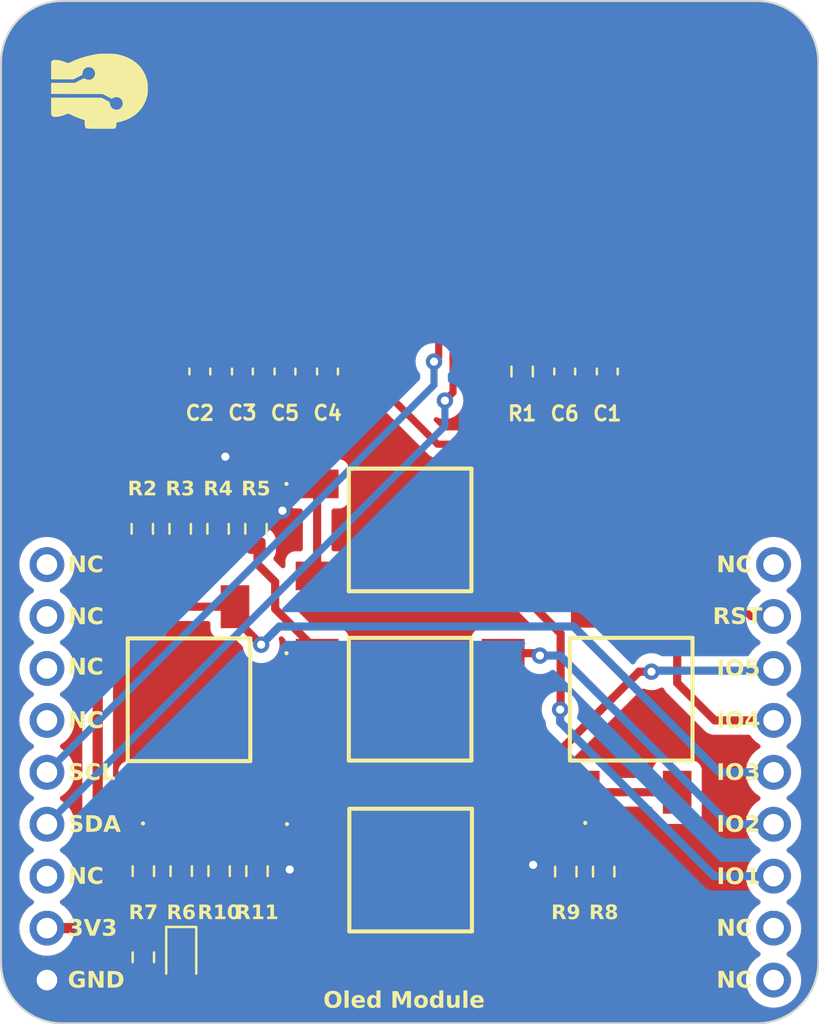
<source format=kicad_pcb>
(kicad_pcb (version 20221018) (generator pcbnew)
  (layers (0 "F.Cu" signal) (31 "B.Cu" signal) (34 "B.Paste" user) (35 "F.Paste" user) (36 "B.SilkS" user "B.Silkscreen") (37 "F.SilkS" user "F.Silkscreen") (38 "B.Mask" user) (39 "F.Mask" user) (44 "Edge.Cuts" user))
  (net 0 "")
  (net 1 "Net-(U1-VCC)")
  (net 2 "GND")
  (net 3 "Net-(U1-C2P)")
  (net 4 "Net-(U1-C2N)")
  (net 5 "Net-(U1-C1P)")
  (net 6 "Net-(U1-C1N)")
  (net 7 "+3V3")
  (net 8 "Net-(D1-A)")
  (net 9 "Net-(U1-VCOMH)")
  (net 10 "Net-(U1-IREF)")
  (net 11 "Net-(R2-Pad2)")
  (net 12 "Net-(R4-Pad2)")
  (net 13 "Net-(R6-Pad2)")
  (net 14 "Net-(R8-Pad2)")
  (net 15 "Net-(R10-Pad2)")
  (net 16 "GPIO_01")
  (net 17 "GPIO_02")
  (net 18 "GPIO_03")
  (net 19 "GPIO_04")
  (net 20 "GPIO_05")
  (net 22 "RST")
  (net 25 "SCL")
  (net 26 "SDA")
  (footprint "Resistor_SMD:R_0603_1608Metric" (layer "F.Cu") (at 81.9912 105.537 90)
    (fp_text reference "R10" hide)
    (fp_text value "0r" hide)
    (fp_text user "${REFERENCE}" (at -2.0574 0 180) (layer "F.SilkS") (effects (font (size 0.7 0.7) (thickness 0.06) bold)))
    (pad "1" smd roundrect (at -0.825 0 90) (size 0.8 0.95) (layers "F.Cu" "F.Paste" "F.Mask") (net 7 "+3V3"))
    (pad "2" smd roundrect (at 0.825 0 90) (size 0.8 0.95) (layers "F.Cu" "F.Paste" "F.Mask") (net 15 "Net-(R10-Pad2)"))
  )
  (footprint "Resistor_SMD:R_0603_1608Metric" (layer "F.Cu") (at 81.9404 88.7984 -90)
    (fp_text reference "R4" hide)
    (fp_text value "0r" hide)
    (fp_text user "${REFERENCE}" (at -1.9304 0 -180) (layer "F.SilkS") (effects (font (size 0.7 0.7) (thickness 0.06) bold)))
    (pad "1" smd roundrect (at -0.825 0 270) (size 0.8 0.95) (layers "F.Cu" "F.Paste" "F.Mask") (net 7 "+3V3"))
    (pad "2" smd roundrect (at 0.825 0 270) (size 0.8 0.95) (layers "F.Cu" "F.Paste" "F.Mask") (net 12 "Net-(R4-Pad2)"))
  )
  (footprint "SSD1306:1X30-0.7MM" (layer "F.Cu") (at 90.9884 78.2828)
    (fp_text reference "U1")
    (fp_text value "UG-2864HSWEG01" hide)
    (pad "1" smd rect (at -10.15 0 90) (size 1.6 0.35) (layers "F.Cu" "F.Paste" "F.Mask") (net 2 "GND"))
    (pad "2" smd rect (at -9.45 0 90) (size 1.6 0.35) (layers "F.Cu" "F.Paste" "F.Mask") (net 3 "Net-(U1-C2P)"))
    (pad "3" smd rect (at -8.75 0 90) (size 1.6 0.35) (layers "F.Cu" "F.Paste" "F.Mask") (net 4 "Net-(U1-C2N)"))
    (pad "4" smd rect (at -8.05 0 90) (size 1.6 0.35) (layers "F.Cu" "F.Paste" "F.Mask") (net 5 "Net-(U1-C1P)"))
    (pad "5" smd rect (at -7.35 0 90) (size 1.6 0.35) (layers "F.Cu" "F.Paste" "F.Mask") (net 6 "Net-(U1-C1N)"))
    (pad "6" smd rect (at -6.65 0 90) (size 1.6 0.35) (layers "F.Cu" "F.Paste" "F.Mask") (net 7 "+3V3"))
    (pad "7" smd rect (at -5.95 0 90) (size 1.6 0.35) (layers "F.Cu" "F.Paste" "F.Mask"))
    (pad "8" smd rect (at -5.25 0 90) (size 1.6 0.35) (layers "F.Cu" "F.Paste" "F.Mask") (net 2 "GND"))
    (pad "9" smd rect (at -4.55 0 90) (size 1.6 0.35) (layers "F.Cu" "F.Paste" "F.Mask") (net 7 "+3V3"))
    (pad "10" smd rect (at -3.85 0 90) (size 1.6 0.35) (layers "F.Cu" "F.Paste" "F.Mask") (net 2 "GND"))
    (pad "11" smd rect (at -3.15 0 90) (size 1.6 0.35) (layers "F.Cu" "F.Paste" "F.Mask") (net 7 "+3V3"))
    (pad "12" smd rect (at -2.45 0 90) (size 1.6 0.35) (layers "F.Cu" "F.Paste" "F.Mask") (net 2 "GND"))
    (pad "13" smd rect (at -1.75 0 90) (size 1.6 0.35) (layers "F.Cu" "F.Paste" "F.Mask") (net 7 "+3V3"))
    (pad "14" smd rect (at -1.05 0 90) (size 1.6 0.35) (layers "F.Cu" "F.Paste" "F.Mask") (net 22 "RST"))
    (pad "15" smd rect (at -0.35 0 90) (size 1.6 0.35) (layers "F.Cu" "F.Paste" "F.Mask") (net 2 "GND"))
    (pad "16" smd rect (at 0.35 0 90) (size 1.6 0.35) (layers "F.Cu" "F.Paste" "F.Mask"))
    (pad "17" smd rect (at 1.05 0 90) (size 1.6 0.35) (layers "F.Cu" "F.Paste" "F.Mask"))
    (pad "18" smd rect (at 1.75 0 90) (size 1.6 0.35) (layers "F.Cu" "F.Paste" "F.Mask") (net 25 "SCL"))
    (pad "19" smd rect (at 2.45 0 90) (size 1.6 0.35) (layers "F.Cu" "F.Paste" "F.Mask") (net 26 "SDA"))
    (pad "20" smd rect (at 3.15 0 90) (size 1.6 0.35) (layers "F.Cu" "F.Paste" "F.Mask") (net 26 "SDA"))
    (pad "21" smd rect (at 3.85 0 90) (size 1.6 0.35) (layers "F.Cu" "F.Paste" "F.Mask"))
    (pad "22" smd rect (at 4.55 0 90) (size 1.6 0.35) (layers "F.Cu" "F.Paste" "F.Mask"))
    (pad "23" smd rect (at 5.25 0 90) (size 1.6 0.35) (layers "F.Cu" "F.Paste" "F.Mask"))
    (pad "24" smd rect (at 5.95 0 90) (size 1.6 0.35) (layers "F.Cu" "F.Paste" "F.Mask"))
    (pad "25" smd rect (at 6.65 0 90) (size 1.6 0.35) (layers "F.Cu" "F.Paste" "F.Mask"))
    (pad "26" smd rect (at 7.35 0 90) (size 1.6 0.35) (layers "F.Cu" "F.Paste" "F.Mask") (net 10 "Net-(U1-IREF)"))
    (pad "27" smd rect (at 8.05 0 90) (size 1.6 0.35) (layers "F.Cu" "F.Paste" "F.Mask") (net 9 "Net-(U1-VCOMH)"))
    (pad "28" smd rect (at 8.75 0 90) (size 1.6 0.35) (layers "F.Cu" "F.Paste" "F.Mask") (net 1 "Net-(U1-VCC)"))
    (pad "29" smd rect (at 9.45 0 90) (size 1.6 0.35) (layers "F.Cu" "F.Paste" "F.Mask") (net 2 "GND"))
    (pad "30" smd rect (at 10.15 0 90) (size 1.6 0.35) (layers "F.Cu" "F.Paste" "F.Mask") (net 2 "GND"))
  )
  (footprint "Resistor_SMD:R_0603_1608Metric" (layer "F.Cu") (at 96.8218 81.1022 90)
    (fp_text reference "R1" (at -2.0574 0 180) (layer "F.SilkS") (effects (font (size 0.7 0.7) (thickness 0.15) bold)))
    (fp_text value "390k" hide)
    (pad "1" smd roundrect (at -0.825 0 90) (size 0.8 0.95) (layers "F.Cu" "F.Paste" "F.Mask") (net 2 "GND"))
    (pad "2" smd roundrect (at 0.825 0 90) (size 0.8 0.95) (layers "F.Cu" "F.Paste" "F.Mask") (net 10 "Net-(U1-IREF)"))
  )
  (footprint "Capacitor_SMD:C_0603_1608Metric" (layer "F.Cu") (at 100.9874 81.1022 -90)
    (fp_text reference "C1" (at 2.0574 0 -180) (layer "F.SilkS") (effects (font (size 0.7 0.7) (thickness 0.15) bold)))
    (fp_text value "10uF" hide)
    (pad "1" smd roundrect (at -0.775 0 270) (size 0.9 0.95) (layers "F.Cu" "F.Paste" "F.Mask") (net 1 "Net-(U1-VCC)"))
    (pad "2" smd roundrect (at 0.775 0 270) (size 0.9 0.95) (layers "F.Cu" "F.Paste" "F.Mask") (net 2 "GND"))
  )
  (footprint "Resistor_SMD:R_0603_1608Metric" (layer "F.Cu") (at 83.7946 88.7984 -90)
    (fp_text reference "R5" hide)
    (fp_text value "0r" hide)
    (fp_text user "${REFERENCE}" (at -1.9304 0 -180) (layer "F.SilkS") (effects (font (size 0.7 0.7) (thickness 0.06) bold)))
    (pad "1" smd roundrect (at -0.825 0 270) (size 0.8 0.95) (layers "F.Cu" "F.Paste" "F.Mask") (net 2 "GND"))
    (pad "2" smd roundrect (at 0.825 0 270) (size 0.8 0.95) (layers "F.Cu" "F.Paste" "F.Mask") (net 12 "Net-(R4-Pad2)"))
  )
  (footprint "oled_button:TS046665BK160SMT" (layer "F.Cu") (at 91.3638 105.4862)
    (fp_text reference "SW5" hide)
    (fp_text value "SW_MEC_5E" hide)
    (pad "1" smd rect (at -4.55 -2.25 90) (size 1.4 2.1) (layers "F.Cu" "F.Paste" "F.Mask") (net 15 "Net-(R10-Pad2)"))
    (pad "2" smd rect (at -4.55 2.25 90) (size 1.4 2.1) (layers "F.Cu" "F.Paste" "F.Mask") (net 15 "Net-(R10-Pad2)"))
    (pad "3" smd rect (at 4.55 -2.25 90) (size 1.4 2.1) (layers "F.Cu" "F.Paste" "F.Mask") (net 20 "GPIO_05"))
    (pad "4" smd rect (at 4.55 2.25 90) (size 1.4 2.1) (layers "F.Cu" "F.Paste" "F.Mask") (net 20 "GPIO_05"))
  )
  (footprint "Capacitor_SMD:C_0603_1608Metric" (layer "F.Cu") (at 98.9046 81.1022 -90)
    (fp_text reference "C6" (at 2.0574 0 -180) (layer "F.SilkS") (effects (font (size 0.7 0.7) (thickness 0.15) bold)))
    (fp_text value "2.2uF" hide)
    (pad "1" smd roundrect (at -0.775 0 270) (size 0.9 0.95) (layers "F.Cu" "F.Paste" "F.Mask") (net 9 "Net-(U1-VCOMH)"))
    (pad "2" smd roundrect (at 0.775 0 270) (size 0.9 0.95) (layers "F.Cu" "F.Paste" "F.Mask") (net 2 "GND"))
  )
  (footprint "LED_SMD:LED_0603_1608Metric" (layer "F.Cu") (at 80.137 109.7534 -90)
    (fp_text reference "D1" hide)
    (fp_text value "LED")
    (pad "1" smd roundrect (at -0.7875 0 270) (size 0.875 0.95) (layers "F.Cu" "F.Paste" "F.Mask") (net 2 "GND"))
    (pad "2" smd roundrect (at 0.7875 0 270) (size 0.875 0.95) (layers "F.Cu" "F.Paste" "F.Mask") (net 8 "Net-(D1-A)"))
  )
  (footprint "Resistor_SMD:R_0603_1608Metric" (layer "F.Cu") (at 80.137 105.537 90)
    (fp_text reference "R6" hide)
    (fp_text value "0r" hide)
    (fp_text user "${REFERENCE}" (at -2.0574 0 180) (layer "F.SilkS") (effects (font (size 0.7 0.7) (thickness 0.06) bold)))
    (pad "1" smd roundrect (at -0.825 0 90) (size 0.8 0.95) (layers "F.Cu" "F.Paste" "F.Mask") (net 7 "+3V3"))
    (pad "2" smd roundrect (at 0.825 0 90) (size 0.8 0.95) (layers "F.Cu" "F.Paste" "F.Mask") (net 13 "Net-(R6-Pad2)"))
  )
  (footprint "Capacitor_SMD:C_0603_1608Metric" (layer "F.Cu") (at 85.214 81.1022 -90)
    (fp_text reference "C5" (at 2.032 0 -180) (layer "F.SilkS") (effects (font (size 0.7 0.7) (thickness 0.15) bold)))
    (fp_text value "10uF" hide)
    (pad "1" smd roundrect (at -0.775 0 270) (size 0.9 0.95) (layers "F.Cu" "F.Paste" "F.Mask") (net 7 "+3V3"))
    (pad "2" smd roundrect (at 0.775 0 270) (size 0.9 0.95) (layers "F.Cu" "F.Paste" "F.Mask") (net 2 "GND"))
  )
  (footprint "Resistor_SMD:R_0603_1608Metric" (layer "F.Cu") (at 100.8126 105.5624 90)
    (fp_text reference "R8" hide)
    (fp_text value "0r" hide)
    (fp_text user "${REFERENCE}" (at -2.032 0 180) (layer "F.SilkS") (effects (font (size 0.7 0.7) (thickness 0.06) bold)))
    (pad "1" smd roundrect (at -0.825 0 90) (size 0.8 0.95) (layers "F.Cu" "F.Paste" "F.Mask") (net 7 "+3V3"))
    (pad "2" smd roundrect (at 0.825 0 90) (size 0.8 0.95) (layers "F.Cu" "F.Paste" "F.Mask") (net 14 "Net-(R8-Pad2)"))
  )
  (footprint "Capacitor_SMD:C_0603_1608Metric" (layer "F.Cu") (at 87.2968 81.1022 -90)
    (fp_text reference "C4" (at 2.032 0 -180) (layer "F.SilkS") (effects (font (size 0.7 0.7) (thickness 0.15) bold)))
    (fp_text value "10uF" hide)
    (pad "1" smd roundrect (at -0.775 0 270) (size 0.9 0.95) (layers "F.Cu" "F.Paste" "F.Mask") (net 7 "+3V3"))
    (pad "2" smd roundrect (at 0.775 0 270) (size 0.9 0.95) (layers "F.Cu" "F.Paste" "F.Mask") (net 2 "GND"))
  )
  (footprint "Resistor_SMD:R_0603_1608Metric" (layer "F.Cu") (at 78.2828 105.537 90)
    (fp_text reference "R7" hide)
    (fp_text value "0r" hide)
    (fp_text user "${REFERENCE}" (at -2.0574 0 180) (layer "F.SilkS") (effects (font (size 0.7 0.7) (thickness 0.06) bold)))
    (pad "1" smd roundrect (at -0.825 0 90) (size 0.8 0.95) (layers "F.Cu" "F.Paste" "F.Mask") (net 2 "GND"))
    (pad "2" smd roundrect (at 0.825 0 90) (size 0.8 0.95) (layers "F.Cu" "F.Paste" "F.Mask") (net 13 "Net-(R6-Pad2)"))
  )
  (footprint "Capacitor_SMD:C_0603_1608Metric" (layer "F.Cu") (at 81.0484 81.1022 -90)
    (fp_text reference "C2" (at 2.032 0 -180) (layer "F.SilkS") (effects (font (size 0.7 0.7) (thickness 0.15) bold)))
    (fp_text value "2.2uF" hide)
    (pad "1" smd roundrect (at -0.775 0 270) (size 0.9 0.95) (layers "F.Cu" "F.Paste" "F.Mask") (net 3 "Net-(U1-C2P)"))
    (pad "2" smd roundrect (at 0.775 0 270) (size 0.9 0.95) (layers "F.Cu" "F.Paste" "F.Mask") (net 4 "Net-(U1-C2N)"))
  )
  (footprint "Resistor_SMD:R_0603_1608Metric" (layer "F.Cu") (at 78.2828 109.7534 -90)
    (fp_text reference "R12" hide)
    (fp_text value "470r")
    (pad "1" smd roundrect (at -0.825 0 270) (size 0.8 0.95) (layers "F.Cu" "F.Paste" "F.Mask") (net 7 "+3V3"))
    (pad "2" smd roundrect (at 0.825 0 270) (size 0.8 0.95) (layers "F.Cu" "F.Paste" "F.Mask") (net 8 "Net-(D1-A)"))
  )
  (footprint "Moduler_:pin_header_5-3" (layer "F.Cu") (at 91.31603 100.737033)
    (fp_text reference "U2" hide)
    (fp_text value "~" hide)
    (fp_text user "IO2" (at 15.014634 3.016402 unlocked) (layer "F.SilkS") (effects (font (size 0.8 0.8) (thickness 0.175) bold) (justify left bottom)))
    (fp_text user "NC" (at 15.014634 10.636402 unlocked) (layer "F.SilkS") (effects (font (size 0.8 0.8) (thickness 0.2) bold) (justify left bottom)))
    (fp_text user "NC" (at -16.735366 5.556402 unlocked) (layer "F.SilkS") (effects (font (size 0.8 0.8) (thickness 0.2) bold) (justify left bottom)))
    (fp_text user "NC" (at -16.74 -4.68 unlocked) (layer "F.SilkS") (effects (font (size 0.8 0.8) (thickness 0.2) bold) (justify left bottom)))
    (fp_text user "RST" (at 14.83 -7.15 unlocked) (layer "F.SilkS") (effects (font (size 0.8 0.8) (thickness 0.2) bold) (justify left bottom)))
    (fp_text user "3V3" (at -16.735366 8.096402 unlocked) (layer "F.SilkS") (effects (font (size 0.8 0.8) (thickness 0.2) bold) (justify left bottom)))
    (fp_text user "GND" (at -16.735366 10.636402 unlocked) (layer "F.SilkS") (effects (font (size 0.8 0.8) (thickness 0.2) bold) (justify left bottom)))
    (fp_text user "NC" (at 15.014634 8.096402 unlocked) (layer "F.SilkS") (effects (font (size 0.8 0.8) (thickness 0.2) bold) (justify left bottom)))
    (fp_text user "IO5" (at 15.014634 -4.603598 unlocked) (layer "F.SilkS") (effects (font (size 0.8 0.8) (thickness 0.2) bold) (justify left bottom)))
    (fp_text user "SDA" (at -16.735366 3.016402 unlocked) (layer "F.SilkS") (effects (font (size 0.8 0.8) (thickness 0.2) bold) (justify left bottom)))
    (fp_text user "IO4" (at 15.014634 -2.063598 unlocked) (layer "F.SilkS") (effects (font (size 0.8 0.8) (thickness 0.2) bold) (justify left bottom)))
    (fp_text user "SCL" (at -16.735366 0.476402 unlocked) (layer "F.SilkS") (effects (font (size 0.8 0.8) (thickness 0.2) bold) (justify left bottom)))
    (fp_text user "NC" (at -16.735366 -2.063598 unlocked) (layer "F.SilkS") (effects (font (size 0.8 0.8) (thickness 0.2) bold) (justify left bottom)))
    (fp_text user "NC" (at 15.014634 10.636402 unlocked) (layer "F.SilkS") (effects (font (size 0.8 0.8) (thickness 0.2) bold) (justify left bottom)))
    (fp_text user "Oled Module" (at -4.23 11.62 unlocked) (layer "F.SilkS") (effects (font (size 0.8 0.8) (thickness 0.1) bold) (justify left bottom)))
    (fp_text user "NC" (at -16.735366 -7.143598 unlocked) (layer "F.SilkS") (effects (font (size 0.8 0.8) (thickness 0.2) bold) (justify left bottom)))
    (fp_text user "NC" (at 15.014634 -9.683598 unlocked) (layer "F.SilkS") (effects (font (size 0.8 0.8) (thickness 0.2) bold) (justify left bottom)))
    (fp_text user "NC" (at -16.735366 -7.143598 unlocked) (layer "F.SilkS") (effects (font (size 0.8 0.8) (thickness 0.2) bold) (justify left bottom)))
    (fp_text user "IO3" (at 15.014634 0.476402 unlocked) (layer "F.SilkS") (effects (font (size 0.8 0.8) (thickness 0.175) bold) (justify left bottom)))
    (fp_text user "NC" (at -16.735366 5.556402 unlocked) (layer "F.SilkS") (effects (font (size 0.8 0.8) (thickness 0.2) bold) (justify left bottom)))
    (fp_text user "IO1" (at 15.02 5.57 unlocked) (layer "F.SilkS") (effects (font (size 0.8 0.8) (thickness 0.175) bold) (justify left bottom)))
    (fp_text user "NC" (at -16.74 -4.68 unlocked) (layer "F.SilkS") (effects (font (size 0.8 0.8) (thickness 0.2) bold) (justify left bottom)))
    (fp_text user "NC" (at 15.014634 -9.683598 unlocked) (layer "F.SilkS") (effects (font (size 0.8 0.8) (thickness 0.2) bold) (justify left bottom)))
    (fp_text user "NC" (at -16.735366 -2.063598 unlocked) (layer "F.SilkS") (effects (font (size 0.8 0.8) (thickness 0.2) bold) (justify left bottom)))
    (fp_text user "NC" (at 15.014634 8.096402 unlocked) (layer "F.SilkS") (effects (font (size 0.8 0.8) (thickness 0.2) bold) (justify left bottom)))
    (fp_text user "NC" (at -16.735366 -9.683598 unlocked) (layer "F.SilkS") (effects (font (size 0.8 0.8) (thickness 0.2) bold) (justify left bottom)))
    (fp_poly (pts (xy 17.154627 -37.750531) (xy 17.306893 -37.738952) (xy 17.456945 -37.719884) (xy 17.604595 -37.693514) (xy 17.749655 -37.660032) (xy 17.891935 -37.619627) (xy 18.031248 -37.572485) (xy 18.167406 -37.518797) (xy 18.300219 -37.458749) (xy 18.429499 -37.392531) (xy 18.555059 -37.320331) (xy 18.676709 -37.242337) (xy 18.794262 -37.158739) (xy 18.907528 -37.069723) (xy 19.01632 -36.975479) (xy 19.120449 -36.876195) (xy 19.219726 -36.772059) (xy 19.313964 -36.66326) (xy 19.402974 -36.549986) (xy 19.486568 -36.432426) (xy 19.564556 -36.310768) (xy 19.636751 -36.1852) (xy 19.702965 -36.055911) (xy 19.763009 -35.923089) (xy 19.816694 -35.786922) (xy 19.863832 -35.6476) (xy 19.904235 -35.50531) (xy 19.937715 -35.360241) (xy 19.964083 -35.212581) (xy 19.98315 -35.062518) (xy 19.994728 -34.910242) (xy 19.99863 -34.755939) (xy 19.99863 9.244306) (xy 19.994728 9.398609) (xy 19.98315 9.550885) (xy 19.964083 9.700948) (xy 19.937715 9.848608) (xy 19.904235 9.993677) (xy 19.863832 10.135968) (xy 19.816694 10.27529) (xy 19.763009 10.411456) (xy 19.702965 10.544278) (xy 19.636751 10.673567) (xy 19.564556 10.799135) (xy 19.486568 10.920794) (xy 19.402974 11.038354) (xy 19.313964 11.151628) (xy 19.219726 11.260427) (xy 19.120449 11.364562) (xy 19.01632 11.463846) (xy 18.907528 11.55809) (xy 18.794262 11.647106) (xy 18.676709 11.730705) (xy 18.555059 11.808698) (xy 18.429499 11.880898) (xy 18.300219 11.947116) (xy 18.167406 12.007163) (xy 18.031248 12.060852) (xy 17.891935 12.107993) (xy 17.749655 12.148399) (xy 17.604595 12.181881) (xy 17.456945 12.20825) (xy 17.306893 12.227319) (xy 17.154627 12.238898) (xy 17.000335 12.2428) (xy -17.000335 12.2428) (xy -17.154626 12.238898) (xy -17.306893 12.227319) (xy -17.456945 12.20825) (xy -17.604596 12.181881) (xy -17.749655 12.148399) (xy -17.891936 12.107993) (xy -18.031249 12.060852) (xy -18.167406 12.007163) (xy -18.30022 11.947116) (xy -18.4295 11.880898) (xy -18.55506 11.808698) (xy -18.67671 11.730705) (xy -18.794262 11.647106) (xy -18.907529 11.55809) (xy -19.016321 11.463846) (xy -19.120449 11.364562) (xy -19.219727 11.260427) (xy -19.313965 11.151628) (xy -19.402975 11.038354) (xy -19.486568 10.920794) (xy -19.564556 10.799135) (xy -19.636752 10.673567) (xy -19.702965 10.544278) (xy -19.763009 10.411456) (xy -19.816694 10.27529) (xy -19.863832 10.135968) (xy -19.904235 9.993677) (xy -19.937715 9.848608) (xy -19.964083 9.700948) (xy -19.98315 9.550885) (xy -19.994728 9.398609) (xy -19.99863 9.244306) (xy -19.99863 -34.755939) (xy -19.994728 -34.910242) (xy -19.98315 -35.062518) (xy -19.964083 -35.212581) (xy -19.937715 -35.360241) (xy -19.904235 -35.50531) (xy -19.863832 -35.6476) (xy -19.816694 -35.786922) (xy -19.763009 -35.923089) (xy -19.702965 -36.055911) (xy -19.636752 -36.1852) (xy -19.564556 -36.310768) (xy -19.486568 -36.432426) (xy -19.402975 -36.549986) (xy -19.313965 -36.66326) (xy -19.219727 -36.772059) (xy -19.120449 -36.876195) (xy -19.016321 -36.975479) (xy -18.907529 -37.069723) (xy -18.794262 -37.158739) (xy -18.67671 -37.242337) (xy -18.55506 -37.320331) (xy -18.4295 -37.392531) (xy -18.30022 -37.458749) (xy -18.167406 -37.518797) (xy -18.031249 -37.572485) (xy -17.891936 -37.619627) (xy -17.749655 -37.660032) (xy -17.604596 -37.693514) (xy -17.456945 -37.719884) (xy -17.306893 -37.738952) (xy -17.154626 -37.750531) (xy -17.000335 -37.754433) (xy 17.000335 -37.754433)) (stroke (width 0.1)) (fill none) (layer "Edge.Cuts"))
    (pad "1" thru_hole oval (at -17.751366 -10.191598) (size 1.7 1.7) (drill 1) (layers "*.Cu" "*.Mask"))
    (pad "1" thru_hole oval (at -17.751366 -10.191598) (size 1.7 1.7) (drill 1) (layers "*.Cu" "*.Mask"))
    (pad "2" thru_hole oval (at -17.751366 -7.651598) (size 1.7 1.7) (drill 1) (layers "*.Cu" "*.Mask"))
    (pad "2" thru_hole oval (at -17.751366 -7.651598) (size 1.7 1.7) (drill 1) (layers "*.Cu" "*.Mask"))
    (pad "3" thru_hole oval (at -17.751366 -5.111598) (size 1.7 1.7) (drill 1) (layers "*.Cu" "*.Mask"))
    (pad "3" thru_hole oval (at -17.751366 -5.111598) (size 1.7 1.7) (drill 1) (layers "*.Cu" "*.Mask"))
    (pad "4" thru_hole oval (at -17.751366 -2.571598) (size 1.7 1.7) (drill 1) (layers "*.Cu" "*.Mask"))
    (pad "4" thru_hole oval (at -17.751366 -2.571598) (size 1.7 1.7) (drill 1) (layers "*.Cu" "*.Mask"))
    (pad "5" thru_hole oval (at -17.751366 -0.031598) (size 1.7 1.7) (drill 1) (layers "*.Cu" "*.Mask") (net 25 "SCL"))
    (pad "5" thru_hole oval (at -17.751366 -0.031598) (size 1.7 1.7) (drill 1) (layers "*.Cu" "*.Mask") (net 25 "SCL"))
    (pad "6" thru_hole oval (at -17.751366 2.508402) (size 1.7 1.7) (drill 1) (layers "*.Cu" "*.Mask") (net 26 "SDA"))
    (pad "6" thru_hole oval (at -17.751366 2.508402) (size 1.7 1.7) (drill 1) (layers "*.Cu" "*.Mask") (net 26 "SDA"))
    (pad "7" thru_hole oval (at -17.751366 5.048402) (size 1.7 1.7) (drill 1) (layers "*.Cu" "*.Mask"))
    (pad "7" thru_hole oval (at -17.751366 5.048402) (size 1.7 1.7) (drill 1) (layers "*.Cu" "*.Mask"))
    (pad "8" thru_hole oval (at -17.751366 7.588402) (size 1.7 1.7) (drill 1) (layers "*.Cu" "*.Mask") (net 7 "+3V3"))
    (pad "8" thru_hole oval (at -17.751366 7.588402) (size 1.7 1.7) (drill 1) (layers "*.Cu" "*.Mask") (net 7 "+3V3"))
    (pad "9" thru_hole oval (at -17.751366 10.128402) (size 1.7 1.7) (drill 1) (layers "*.Cu" "*.Mask") (net 2 "GND"))
    (pad "9" thru_hole oval (at -17.751366 10.128402) (size 1.7 1.7) (drill 1) (layers "*.Cu" "*.Mask") (net 2 "GND"))
    (pad "10" thru_hole oval (at 17.808634 10.128402) (size 1.7 1.7) (drill 1) (layers "*.Cu" "*.Mask"))
    (pad "10" thru_hole oval (at 17.808634 10.128402) (size 1.7 1.7) (drill 1) (layers "*.Cu" "*.Mask"))
    (pad "11" thru_hole oval (at 17.808634 7.588402) (size 1.7 1.7) (drill 1) (layers "*.Cu" "*.Mask"))
    (pad "11" thru_hole oval (at 17.808634 7.588402) (size 1.7 1.7) (drill 1) (layers "*.Cu" "*.Mask"))
    (pad "12" thru_hole oval (at 17.808634 5.048402) (size 1.7 1.7) (drill 1) (layers "*.Cu" "*.Mask") (net 16 "GPIO_01"))
    (pad "12" thru_hole oval (at 17.808634 5.048402) (size 1.7 1.7) (drill 1) (layers "*.Cu" "*.Mask") (net 16 "GPIO_01"))
    (pad "13" thru_hole oval (at 17.808634 2.508402) (size 1.7 1.7) (drill 1) (layers "*.Cu" "*.Mask") (net 17 "GPIO_02"))
    (pad "13" thru_hole oval (at 17.808634 2.508402) (size 1.7 1.7) (drill 1) (layers "*.Cu" "*.Mask") (net 17 "GPIO_02"))
    (pad "14" thru_hole oval (at 17.808634 -0.031598) (size 1.7 1.7) (drill 1) (layers "*.Cu" "*.Mask") (net 18 "GPIO_03"))
    (pad "14" thru_hole oval (at 17.808634 -0.031598) (size 1.7 1.7) (drill 1) (layers "*.Cu" "*.Mask") (net 18 "GPIO_03"))
    (pad "15" thru_hole oval (at 17.808634 -2.571598) (size 1.7 1.7) (drill 1) (layers "*.Cu" "*.Mask") (net 19 "GPIO_04"))
    (pad "15" thru_hole oval (at 17.808634 -2.571598) (size 1.7 1.7) (drill 1) (layers "*.Cu" "*.Mask") (net 19 "GPIO_04"))
    (pad "16" thru_hole oval (at 17.808634 -5.111598) (size 1.7 1.7) (drill 1) (layers "*.Cu" "*.Mask") (net 20 "GPIO_05"))
    (pad "16" thru_hole oval (at 17.808634 -5.111598) (size 1.7 1.7) (drill 1) (layers "*.Cu" "*.Mask") (net 20 "GPIO_05"))
    (pad "17" thru_hole oval (at 17.808634 -7.651598) (size 1.7 1.7) (drill 1) (layers "*.Cu" "*.Mask") (net 22 "RST"))
    (pad "17" thru_hole oval (at 17.808634 -7.651598) (size 1.7 1.7) (drill 1) (layers "*.Cu" "*.Mask") (net 22 "RST"))
    (pad "18" thru_hole oval (at 17.808634 -10.191598) (size 1.7 1.7) (drill 1) (layers "*.Cu" "*.Mask"))
    (pad "18" thru_hole oval (at 17.808634 -10.191598) (size 1.7 1.7) (drill 1) (layers "*.Cu" "*.Mask"))
  )
  (footprint "oled_button:TS046665BK160SMT" (layer "F.Cu") (at 102.1588 97.1296 90)
    (fp_text reference "SW4" hide)
    (fp_text value "SW_MEC_5E" hide)
    (pad "1" smd rect (at -4.55 -2.25 180) (size 1.4 2.1) (layers "F.Cu" "F.Paste" "F.Mask") (net 14 "Net-(R8-Pad2)"))
    (pad "2" smd rect (at -4.55 2.25 180) (size 1.4 2.1) (layers "F.Cu" "F.Paste" "F.Mask") (net 14 "Net-(R8-Pad2)"))
    (pad "3" smd rect (at 4.55 -2.25 180) (size 1.4 2.1) (layers "F.Cu" "F.Paste" "F.Mask") (net 19 "GPIO_04"))
    (pad "4" smd rect (at 4.55 2.25 180) (size 1.4 2.1) (layers "F.Cu" "F.Paste" "F.Mask") (net 19 "GPIO_04"))
  )
  (footprint "oled_button:TS046665BK160SMT" (layer "F.Cu") (at 80.518 97.155 90)
    (fp_text reference "SW3" hide)
    (fp_text value "SW_MEC_5E" hide)
    (pad "1" smd rect (at -4.55 -2.25 180) (size 1.4 2.1) (layers "F.Cu" "F.Paste" "F.Mask") (net 13 "Net-(R6-Pad2)"))
    (pad "2" smd rect (at -4.55 2.25 180) (size 1.4 2.1) (layers "F.Cu" "F.Paste" "F.Mask") (net 13 "Net-(R6-Pad2)"))
    (pad "3" smd rect (at 4.55 -2.25 180) (size 1.4 2.1) (layers "F.Cu" "F.Paste" "F.Mask") (net 18 "GPIO_03"))
    (pad "4" smd rect (at 4.55 2.25 180) (size 1.4 2.1) (layers "F.Cu" "F.Paste" "F.Mask") (net 18 "GPIO_03"))
  )
  (footprint "oled_button:TS046665BK160SMT" (layer "F.Cu") (at 91.3384 88.8492)
    (fp_text reference "SW1" hide)
    (fp_text value "SW_MEC_5E" hide)
    (pad "1" smd rect (at -4.55 -2.25 90) (size 1.4 2.1) (layers "F.Cu" "F.Paste" "F.Mask") (net 11 "Net-(R2-Pad2)"))
    (pad "2" smd rect (at -4.55 2.25 90) (size 1.4 2.1) (layers "F.Cu" "F.Paste" "F.Mask") (net 11 "Net-(R2-Pad2)"))
    (pad "3" smd rect (at 4.55 -2.25 90) (size 1.4 2.1) (layers "F.Cu" "F.Paste" "F.Mask") (net 16 "GPIO_01"))
    (pad "4" smd rect (at 4.55 2.25 90) (size 1.4 2.1) (layers "F.Cu" "F.Paste" "F.Mask") (net 16 "GPIO_01"))
  )
  (footprint "Resistor_SMD:R_0603_1608Metric" (layer "F.Cu") (at 98.9584 105.5624 90)
    (fp_text reference "R9" hide)
    (fp_text value "0r" hide)
    (fp_text user "${REFERENCE}" (at -2.032 0 180) (layer "F.SilkS") (effects (font (size 0.7 0.7) (thickness 0.06) bold)))
    (pad "1" smd roundrect (at -0.825 0 90) (size 0.8 0.95) (layers "F.Cu" "F.Paste" "F.Mask") (net 2 "GND"))
    (pad "2" smd roundrect (at 0.825 0 90) (size 0.8 0.95) (layers "F.Cu" "F.Paste" "F.Mask") (net 14 "Net-(R8-Pad2)"))
  )
  (footprint "Resistor_SMD:R_0603_1608Metric" (layer "F.Cu") (at 80.0862 88.7984 90)
    (fp_text reference "R3" hide)
    (fp_text value "0r" hide)
    (fp_text user "${REFERENCE}" (at 1.9304 0 180) (layer "F.SilkS") (effects (font (size 0.7 0.7) (thickness 0.06) bold)))
    (pad "1" smd roundrect (at -0.825 0 90) (size 0.8 0.95) (layers "F.Cu" "F.Paste" "F.Mask") (net 7 "+3V3"))
    (pad "2" smd roundrect (at 0.825 0 90) (size 0.8 0.95) (layers "F.Cu" "F.Paste" "F.Mask") (net 11 "Net-(R2-Pad2)"))
  )
  (footprint "Capacitor_SMD:C_0603_1608Metric" (layer "F.Cu") (at 83.1312 81.1022 -90)
    (fp_text reference "C3" (at 2.019 0 -180) (layer "F.SilkS") (effects (font (size 0.7 0.7) (thickness 0.15) bold)))
    (fp_text value "2.2uF" hide)
    (pad "1" smd roundrect (at -0.775 0 270) (size 0.9 0.95) (layers "F.Cu" "F.Paste" "F.Mask") (net 5 "Net-(U1-C1P)"))
    (pad "2" smd roundrect (at 0.775 0 270) (size 0.9 0.95) (layers "F.Cu" "F.Paste" "F.Mask") (net 6 "Net-(U1-C1N)"))
  )
  (footprint "Resistor_SMD:R_0603_1608Metric" (layer "F.Cu") (at 78.232 88.7984 90)
    (fp_text reference "R2" hide)
    (fp_text value "0r" hide)
    (fp_text user "${REFERENCE}" (at 1.9304 0 180) (layer "F.SilkS") (effects (font (size 0.7 0.7) (thickness 0.06) bold)))
    (pad "1" smd roundrect (at -0.825 0 90) (size 0.8 0.95) (layers "F.Cu" "F.Paste" "F.Mask") (net 2 "GND"))
    (pad "2" smd roundrect (at 0.825 0 90) (size 0.8 0.95) (layers "F.Cu" "F.Paste" "F.Mask") (net 11 "Net-(R2-Pad2)"))
  )
  (footprint "Resistor_SMD:R_0603_1608Metric" (layer "F.Cu") (at 83.8454 105.537 90)
    (fp_text reference "R11" hide)
    (fp_text value "0r" hide)
    (fp_text user "${REFERENCE}" (at -2.0574 0 180) (layer "F.SilkS") (effects (font (size 0.7 0.7) (thickness 0.06) bold)))
    (pad "1" smd roundrect (at -0.825 0 90) (size 0.8 0.95) (layers "F.Cu" "F.Paste" "F.Mask") (net 2 "GND"))
    (pad "2" smd roundrect (at 0.825 0 90) (size 0.8 0.95) (layers "F.Cu" "F.Paste" "F.Mask") (net 15 "Net-(R10-Pad2)"))
  )
  (footprint "oled_button:TS046665BK160SMT" (layer "F.Cu") (at 91.3384 97.1296)
    (fp_text reference "SW2" hide)
    (fp_text value "SW_MEC_5E" hide)
    (pad "1" smd rect (at -4.55 -2.25 90) (size 1.4 2.1) (layers "F.Cu" "F.Paste" "F.Mask") (net 12 "Net-(R4-Pad2)"))
    (pad "2" smd rect (at -4.55 2.25 90) (size 1.4 2.1) (layers "F.Cu" "F.Paste" "F.Mask") (net 12 "Net-(R4-Pad2)"))
    (pad "3" smd rect (at 4.55 -2.25 90) (size 1.4 2.1) (layers "F.Cu" "F.Paste" "F.Mask") (net 17 "GPIO_02"))
    (pad "4" smd rect (at 4.55 2.25 90) (size 1.4 2.1) (layers "F.Cu" "F.Paste" "F.Mask") (net 17 "GPIO_02"))
  )
  (segment (start 100.6328 80.3272) (end 100.9874 80.3272) (width 0.35) (layer "F.Cu") (net 1))
  (segment (start 99.7384 78.2828) (end 99.7384 79.4328) (width 0.35) (layer "F.Cu") (net 1))
  (segment (start 99.7384 79.4328) (end 100.6328 80.3272) (width 0.35) (layer "F.Cu") (net 1))
  (segment (start 87.1384 76.953) (end 87.4342 76.6572) (width 0.35) (layer "F.Cu") (net 2))
  (segment (start 85.7384 78.2828) (end 85.7384 77.1328) (width 0.35) (layer "F.Cu") (net 2))
  (segment (start 90.6384 78.2828) (end 90.6384 76.9224) (width 0.35) (layer "F.Cu") (net 2))
  (segment (start 90.3732 76.6572) (end 88.265 76.6572) (width 0.35) (layer "F.Cu") (net 2))
  (segment (start 85.7384 77.1328) (end 86.214 76.6572) (width 0.35) (layer "F.Cu") (net 2))
  (segment (start 100.6094 76.9112) (end 100.9396 76.9112) (width 0.35) (layer "F.Cu") (net 2))
  (segment (start 100.4384 77.0822) (end 100.6094 76.9112) (width 0.35) (layer "F.Cu") (net 2))
  (segment (start 88.265 76.6572) (end 88.5384 76.9306) (width 0.35) (layer "F.Cu") (net 2))
  (segment (start 100.9396 76.9112) (end 101.1384 77.11) (width 0.35) (layer "F.Cu") (net 2))
  (segment (start 88.5384 76.9306) (end 88.5384 78.2828) (width 0.35) (layer "F.Cu") (net 2))
  (segment (start 90.6384 76.9224) (end 90.3732 76.6572) (width 0.35) (layer "F.Cu") (net 2))
  (segment (start 86.214 76.6572) (end 86.8426 76.6572) (width 0.35) (layer "F.Cu") (net 2))
  (segment (start 100.4384 78.2828) (end 100.4384 77.0822) (width 0.35) (layer "F.Cu") (net 2))
  (segment (start 87.1384 76.953) (end 87.1384 78.2828) (width 0.35) (layer "F.Cu") (net 2))
  (segment (start 86.8426 76.6572) (end 87.1384 76.953) (width 0.35) (layer "F.Cu") (net 2))
  (segment (start 87.4342 76.6572) (end 88.265 76.6572) (width 0.35) (layer "F.Cu") (net 2))
  (segment (start 101.1384 77.11) (end 101.1384 78.2828) (width 0.35) (layer "F.Cu") (net 2))
  (via (at 85.09 87.9094) (size 0.8) (drill 0.4) (layers "F.Cu" "B.Cu") (net 2))
  (via (at 97.3582 105.2322) (size 0.8) (drill 0.4) (layers "F.Cu" "B.Cu") (net 2))
  (via (at 82.296 85.2678) (size 0.8) (drill 0.4) (layers "F.Cu" "B.Cu") (net 2))
  (via (at 85.4456 105.4608) (size 0.8) (drill 0.4) (layers "F.Cu" "B.Cu") (net 2))
  (segment (start 81.5384 79.8372) (end 81.0484 80.3272) (width 0.35) (layer "F.Cu") (net 3))
  (segment (start 81.5384 78.2828) (end 81.5384 79.8372) (width 0.35) (layer "F.Cu") (net 3))
  (segment (start 82.2384 79.915018) (end 82.2384 78.2828) (width 0.35) (layer "F.Cu") (net 4))
  (segment (start 82.042 81.4578) (end 82.042 80.111418) (width 0.35) (layer "F.Cu") (net 4))
  (segment (start 81.0484 81.8772) (end 81.6226 81.8772) (width 0.35) (layer "F.Cu") (net 4))
  (segment (start 81.6226 81.8772) (end 82.042 81.4578) (width 0.35) (layer "F.Cu") (net 4))
  (segment (start 82.042 80.111418) (end 82.2384 79.915018) (width 0.35) (layer "F.Cu") (net 4))
  (segment (start 82.9384 80.1344) (end 83.1312 80.3272) (width 0.35) (layer "F.Cu") (net 5))
  (segment (start 82.9384 78.2828) (end 82.9384 80.1344) (width 0.35) (layer "F.Cu") (net 5))
  (segment (start 83.6384 79.3458) (end 84.1248 79.8322) (width 0.35) (layer "F.Cu") (net 6))
  (segment (start 83.6384 78.2828) (end 83.6384 79.3458) (width 0.35) (layer "F.Cu") (net 6))
  (segment (start 84.1248 79.8322) (end 84.1248 81.3816) (width 0.35) (layer "F.Cu") (net 6))
  (segment (start 84.1248 81.3816) (end 83.6292 81.8772) (width 0.35) (layer "F.Cu") (net 6))
  (segment (start 83.6292 81.8772) (end 83.1312 81.8772) (width 0.35) (layer "F.Cu") (net 6))
  (segment (start 79.883 107.7468) (end 80.137 107.4928) (width 0.5) (layer "F.Cu") (net 7))
  (segment (start 89.2384 78.2828) (end 89.2384 79.4328) (width 0.35) (layer "F.Cu") (net 7))
  (segment (start 99.5934 109.474) (end 100.8126 108.2548) (width 0.5) (layer "F.Cu") (net 7))
  (segment (start 76.245235 108.325435) (end 76.0476 108.1278) (width 0.5) (layer "F.Cu") (net 7))
  (segment (start 78.9432 107.7468) (end 79.883 107.7468) (width 0.5) (layer "F.Cu") (net 7))
  (segment (start 87.8384 78.2828) (end 87.8384 79.7856) (width 0.35) (layer "F.Cu") (net 7))
  (segment (start 76.459565 108.325435) (end 77.06253 108.9284) (width 0.5) (layer "F.Cu") (net 7))
  (segment (start 76.0476 91.4654) (end 76.0476 86.5886) (width 0.5) (layer "F.Cu") (net 7))
  (segment (start 79.5274 90.7542) (end 80.0862 90.1954) (width 0.5) (layer "F.Cu") (net 7))
  (segment (start 87.8078 83.8454) (end 88.5012 83.152) (width 0.5) (layer "F.Cu") (net 7))
  (segment (start 77.3684 90.7542) (end 79.5274 90.7542) (width 0.5) (layer "F.Cu") (net 7))
  (segment (start 85.214 80.143582) (end 85.214 80.3272) (width 0.35) (layer "F.Cu") (net 7))
  (segment (start 81.9912 106.362) (end 81.9912 108.0008) (width 0.5) (layer "F.Cu") (net 7))
  (segment (start 88.344 80.3272) (end 87.8586 80.3272) (width 0.35) (layer "F.Cu") (net 7))
  (segment (start 78.2828 108.9284) (end 78.2828 108.4072) (width 0.5) (layer "F.Cu") (net 7))
  (segment (start 87.8384 79.7856) (end 87.2968 80.3272) (width 0.35) (layer "F.Cu") (net 7))
  (segment (start 80.0862 89.6234) (end 80.2904 89.6234) (width 0.5) (layer "F.Cu") (net 7))
  (segment (start 76.073 92.0496) (end 77.3684 90.7542) (width 0.5) (layer "F.Cu") (net 7))
  (segment (start 80.137 106.362) (end 81.9912 106.362) (width 0.5) (layer "F.Cu") (net 7))
  (segment (start 84.3384 78.2828) (end 84.3384 79.267982) (width 0.35) (layer "F.Cu") (net 7))
  (segment (start 85.214 80.3272) (end 87.2968 80.3272) (width 0.35) (layer "F.Cu") (net 7))
  (segment (start 76.0476 91.4654) (end 76.0476 92.0242) (width 0.5) (layer "F.Cu") (net 7))
  (segment (start 81.9912 108.0008) (end 83.4644 109.474) (width 0.5) (layer "F.Cu") (net 7))
  (segment (start 87.8586 79.8058) (end 87.8586 80.3272) (width 0.35) (layer "F.Cu") (net 7))
  (segment (start 80.2904 89.6234) (end 81.9404 87.9734) (width 0.5) (layer "F.Cu") (net 7))
  (segment (start 86.4384 78.2828) (end 86.4384 79.4688) (width 0.35) (layer "F.Cu") (net 7))
  (segment (start 78.7908 83.8454) (end 87.8078 83.8454) (width 0.5) (layer "F.Cu") (net 7))
  (segment (start 87.8586 80.3272) (end 87.2968 80.3272) (width 0.35) (layer "F.Cu") (net 7))
  (segment (start 89.2384 79.4328) (end 88.5012 80.17) (width 0.35) (layer "F.Cu") (net 7))
  (segment (start 80.0862 90.1954) (end 80.0862 89.6234) (width 0.5) (layer "F.Cu") (net 7))
  (segment (start 88.5012 80.17) (end 88.344 80.3272) (width 0.35) (layer "F.Cu") (net 7))
  (segment (start 83.4644 109.474) (end 99.5934 109.474) (width 0.5) (layer "F.Cu") (net 7))
  (segment (start 76.0476 92.0242) (end 76.073 92.0496) (width 0.5) (layer "F.Cu") (net 7))
  (segment (start 76.245235 108.325435) (end 76.459565 108.325435) (width 0.5) (layer "F.Cu") (net 7))
  (segment (start 100.8126 108.2548) (end 100.8126 106.3874) (width 0.5) (layer "F.Cu") (net 7))
  (segment (start 84.3384 79.267982) (end 85.214 80.143582) (width 0.35) (layer "F.Cu") (net 7))
  (segment (start 88.5012 83.152) (end 88.5012 80.17) (width 0.5) (layer "F.Cu") (net 7))
  (segment (start 76.0476 86.5886) (end 78.7908 83.8454) (width 0.5) (layer "F.Cu") (net 7))
  (segment (start 77.06253 108.9284) (end 78.2828 108.9284) (width 0.5) (layer "F.Cu") (net 7))
  (segment (start 87.8384 79.7856) (end 87.8586 79.8058) (width 0.35) (layer "F.Cu") (net 7))
  (segment (start 78.2828 108.4072) (end 78.9432 107.7468) (width 0.5) (layer "F.Cu") (net 7))
  (segment (start 73.564664 108.325435) (end 76.245235 108.325435) (width 0.5) (layer "F.Cu") (net 7))
  (segment (start 86.4384 79.4688) (end 87.2968 80.3272) (width 0.35) (layer "F.Cu") (net 7))
  (segment (start 76.0476 108.1278) (end 76.0476 91.4654) (width 0.5) (layer "F.Cu") (net 7))
  (segment (start 80.137 107.4928) (end 80.137 106.362) (width 0.5) (layer "F.Cu") (net 7))
  (segment (start 80.0995 110.5784) (end 80.137 110.5409) (width 0.4) (layer "F.Cu") (net 8))
  (segment (start 78.2828 110.5784) (end 80.0995 110.5784) (width 0.4) (layer "F.Cu") (net 8))
  (segment (start 99.0384 78.2828) (end 99.0384 80.1934) (width 0.35) (layer "F.Cu") (net 9))
  (segment (start 99.0384 80.1934) (end 98.9046 80.3272) (width 0.35) (layer "F.Cu") (net 9))
  (segment (start 98.3384 79.4328) (end 97.494 80.2772) (width 0.35) (layer "F.Cu") (net 10))
  (segment (start 97.494 80.2772) (end 96.8218 80.2772) (width 0.35) (layer "F.Cu") (net 10))
  (segment (start 98.3384 78.2828) (end 98.3384 79.4328) (width 0.35) (layer "F.Cu") (net 10))
  (segment (start 80.0862 87.1728) (end 80.6598 86.5992) (width 0.4) (layer "F.Cu") (net 11))
  (segment (start 80.0862 87.9734) (end 80.0862 87.1728) (width 0.4) (layer "F.Cu") (net 11))
  (segment (start 80.6598 86.5992) (end 86.7884 86.5992) (width 0.4) (layer "F.Cu") (net 11))
  (segment (start 86.7884 86.5992) (end 86.7884 91.0992) (width 0.4) (layer "F.Cu") (net 11))
  (segment (start 78.232 87.9734) (end 80.0862 87.9734) (width 0.4) (layer "F.Cu") (net 11))
  (segment (start 84.7344 92.71) (end 86.7884 94.764) (width 0.4) (layer "F.Cu") (net 12))
  (segment (start 86.7884 94.764) (end 86.7884 94.8796) (width 0.4) (layer "F.Cu") (net 12))
  (segment (start 83.868 89.6968) (end 83.868 90.5228) (width 0.4) (layer "F.Cu") (net 12))
  (segment (start 83.7946 89.6234) (end 83.868 89.6968) (width 0.4) (layer "F.Cu") (net 12))
  (segment (start 86.7884 99.3796) (end 86.7884 94.8796) (width 0.4) (layer "F.Cu") (net 12))
  (segment (start 84.7344 91.3892) (end 84.7344 92.71) (width 0.4) (layer "F.Cu") (net 12))
  (segment (start 83.868 90.5228) (end 84.7344 91.3892) (width 0.4) (layer "F.Cu") (net 12))
  (segment (start 81.9404 89.6234) (end 83.7946 89.6234) (width 0.4) (layer "F.Cu") (net 12))
  (segment (start 78.268 104.6972) (end 78.2828 104.712) (width 0.4) (layer "F.Cu") (net 13))
  (segment (start 78.268 101.705) (end 78.268 104.6972) (width 0.4) (layer "F.Cu") (net 13))
  (segment (start 78.2828 104.712) (end 80.137 104.712) (width 0.4) (layer "F.Cu") (net 13))
  (segment (start 78.268 101.705) (end 82.768 101.705) (width 0.4) (layer "F.Cu") (net 13))
  (segment (start 99.9088 102.652) (end 100.8126 103.5558) (width 0.4) (layer "F.Cu") (net 14))
  (segment (start 100.8126 103.5558) (end 100.8126 104.7374) (width 0.4) (layer "F.Cu") (net 14))
  (segment (start 99.9088 101.6796) (end 104.4088 101.6796) (width 0.4) (layer "F.Cu") (net 14))
  (segment (start 98.9584 104.7374) (end 100.8126 104.7374) (width 0.4) (layer "F.Cu") (net 14))
  (segment (start 99.9088 101.6796) (end 99.9088 102.652) (width 0.4) (layer "F.Cu") (net 14))
  (segment (start 83.8454 104.712) (end 83.8454 104.1908) (width 0.4) (layer "F.Cu") (net 15))
  (segment (start 81.9912 104.712) (end 83.8454 104.712) (width 0.4) (layer "F.Cu") (net 15))
  (segment (start 84.8 103.2362) (end 86.8138 103.2362) (width 0.4) (layer "F.Cu") (net 15))
  (segment (start 86.8138 103.2362) (end 86.8138 107.7362) (width 0.4) (layer "F.Cu") (net 15))
  (segment (start 83.8454 104.1908) (end 84.8 103.2362) (width 0.4) (layer "F.Cu") (net 15))
  (segment (start 98.7044 97.6122) (end 98.7044 93.9152) (width 0.4) (layer "F.Cu") (net 16))
  (segment (start 95.8884 91.0992) (end 95.8884 86.5992) (width 0.4) (layer "F.Cu") (net 16))
  (segment (start 98.7044 93.9152) (end 95.8884 91.0992) (width 0.4) (layer "F.Cu") (net 16))
  (segment (start 98.679 97.6376) (end 98.7044 97.6122) (width 0.4) (layer "F.Cu") (net 16))
  (via (at 98.679 97.6376) (size 0.8) (drill 0.4) (layers "F.Cu" "B.Cu") (net 16))
  (segment (start 98.679 97.6376) (end 98.679 98.2472) (width 0.4) (layer "B.Cu") (net 16))
  (segment (start 98.679 98.2472) (end 106.217235 105.785435) (width 0.4) (layer "B.Cu") (net 16))
  (segment (start 106.217235 105.785435) (end 109.124664 105.785435) (width 0.4) (layer "B.Cu") (net 16))
  (segment (start 97.572 94.8796) (end 97.6884 94.996) (width 0.4) (layer "F.Cu") (net 17))
  (segment (start 95.8884 94.8796) (end 95.8884 99.3796) (width 0.4) (layer "F.Cu") (net 17))
  (segment (start 95.8884 94.8796) (end 97.572 94.8796) (width 0.4) (layer "F.Cu") (net 17))
  (via (at 97.6884 94.996) (size 0.8) (drill 0.4) (layers "F.Cu" "B.Cu") (net 17))
  (segment (start 98.679 94.996) (end 106.928435 103.245435) (width 0.4) (layer "B.Cu") (net 17))
  (segment (start 97.6884 94.996) (end 98.679 94.996) (width 0.4) (layer "B.Cu") (net 17))
  (segment (start 106.928435 103.245435) (end 109.124664 103.245435) (width 0.4) (layer "B.Cu") (net 17))
  (segment (start 78.268 92.605) (end 82.768 92.605) (width 0.4) (layer "F.Cu") (net 18))
  (segment (start 82.768 92.605) (end 82.768 93.182) (width 0.4) (layer "F.Cu") (net 18))
  (segment (start 82.768 93.182) (end 84.0486 94.4626) (width 0.4) (layer "F.Cu") (net 18))
  (via (at 84.0486 94.4626) (size 0.8) (drill 0.4) (layers "F.Cu" "B.Cu") (net 18))
  (segment (start 99.3394 93.5736) (end 106.471235 100.705435) (width 0.4) (layer "B.Cu") (net 18))
  (segment (start 84.0486 94.4626) (end 84.9376 93.5736) (width 0.4) (layer "B.Cu") (net 18))
  (segment (start 84.9376 93.5736) (end 99.3394 93.5736) (width 0.4) (layer "B.Cu") (net 18))
  (segment (start 106.471235 100.705435) (end 109.124664 100.705435) (width 0.4) (layer "B.Cu") (net 18))
  (segment (start 99.9088 92.5796) (end 104.4088 92.5796) (width 0.4) (layer "F.Cu") (net 19))
  (segment (start 104.4088 96.3316) (end 106.242635 98.165435) (width 0.4) (layer "F.Cu") (net 19))
  (segment (start 104.4088 92.5796) (end 104.4088 96.3316) (width 0.4) (layer "F.Cu") (net 19))
  (segment (start 106.242635 98.165435) (end 109.124664 98.165435) (width 0.4) (layer "F.Cu") (net 19))
  (segment (start 95.9138 102.4094) (end 95.9138 103.2362) (width 0.4) (layer "F.Cu") (net 20))
  (segment (start 102.5398 95.7834) (end 95.9138 102.4094) (width 0.4) (layer "F.Cu") (net 20))
  (segment (start 95.9138 103.2362) (end 95.9138 107.7362) (width 0.4) (layer "F.Cu") (net 20))
  (segment (start 103.1494 95.7834) (end 102.5398 95.7834) (width 0.4) (layer "F.Cu") (net 20))
  (via (at 103.1494 95.7834) (size 0.8) (drill 0.4) (layers "F.Cu" "B.Cu") (net 20))
  (segment (start 103.1494 95.7834) (end 103.2002 95.7326) (width 0.4) (layer "B.Cu") (net 20))
  (segment (start 103.2002 95.7326) (end 109.017499 95.7326) (width 0.4) (layer "B.Cu") (net 20))
  (segment (start 109.017499 95.7326) (end 109.124664 95.625435) (width 0.4) (layer "B.Cu") (net 20))
  (segment (start 92.6846 84.6582) (end 99.5934 84.6582) (width 0.35) (layer "F.Cu") (net 22))
  (segment (start 99.5934 84.6582) (end 108.020635 93.085435) (width 0.35) (layer "F.Cu") (net 22))
  (segment (start 89.9384 81.912) (end 92.6846 84.6582) (width 0.35) (layer "F.Cu") (net 22))
  (segment (start 89.9384 78.2828) (end 89.9384 81.912) (width 0.35) (layer "F.Cu") (net 22))
  (segment (start 108.020635 93.085435) (end 109.124664 93.085435) (width 0.35) (layer "F.Cu") (net 22))
  (segment (start 92.7384 78.2828) (end 92.7384 80.388) (width 0.35) (layer "F.Cu") (net 25))
  (segment (start 92.7384 80.388) (end 92.5068 80.6196) (width 0.35) (layer "F.Cu") (net 25))
  (via (at 92.5068 80.6196) (size 0.8) (drill 0.4) (layers "F.Cu" "B.Cu") (net 25))
  (segment (start 92.5068 80.6196) (end 92.5068 81.763299) (width 0.35) (layer "B.Cu") (net 25))
  (segment (start 92.5068 81.763299) (end 73.564664 100.705435) (width 0.35) (layer "B.Cu") (net 25))
  (segment (start 93.4384 82.1264) (end 93.0402 82.5246) (width 0.35) (layer "F.Cu") (net 26))
  (segment (start 93.4384 78.2828) (end 93.4384 82.1264) (width 0.35) (layer "F.Cu") (net 26))
  (segment (start 94.1384 78.2828) (end 93.4384 78.2828) (width 0.35) (layer "F.Cu") (net 26))
  (via (at 93.0402 82.5246) (size 0.8) (drill 0.4) (layers "F.Cu" "B.Cu") (net 26))
  (segment (start 93.0402 82.5246) (end 93.0402 83.769899) (width 0.35) (layer "B.Cu") (net 26))
  (segment (start 93.0402 83.769899) (end 73.564664 103.245435) (width 0.35) (layer "B.Cu") (net 26))
  (zone (net 2) (net_name "GND") (layers "F&B.Cu") (connect_pads yes (clearance 0.5)) (min_thickness 0.25) (fill yes (thermal_gap 0.5) (thermal_bridge_width 0.5))
    (polygon (pts (xy 71.3232 63.0174) (xy 111.3282 63.0174) (xy 111.3282 112.9792) (xy 71.3232 112.9792)))
  )
)
</source>
